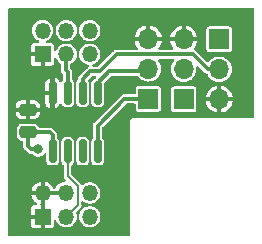
<source format=gbr>
%TF.GenerationSoftware,KiCad,Pcbnew,(5.99.0-8941-ge2f8b1a4b1)*%
%TF.CreationDate,2021-03-10T21:29:07+01:00*%
%TF.ProjectId,mod,6d6f642e-6b69-4636-9164-5f7063625858,rev?*%
%TF.SameCoordinates,Original*%
%TF.FileFunction,Copper,L1,Top*%
%TF.FilePolarity,Positive*%
%FSLAX46Y46*%
G04 Gerber Fmt 4.6, Leading zero omitted, Abs format (unit mm)*
G04 Created by KiCad (PCBNEW (5.99.0-8941-ge2f8b1a4b1)) date 2021-03-10 21:29:07*
%MOMM*%
%LPD*%
G01*
G04 APERTURE LIST*
G04 Aperture macros list*
%AMRoundRect*
0 Rectangle with rounded corners*
0 $1 Rounding radius*
0 $2 $3 $4 $5 $6 $7 $8 $9 X,Y pos of 4 corners*
0 Add a 4 corners polygon primitive as box body*
4,1,4,$2,$3,$4,$5,$6,$7,$8,$9,$2,$3,0*
0 Add four circle primitives for the rounded corners*
1,1,$1+$1,$2,$3*
1,1,$1+$1,$4,$5*
1,1,$1+$1,$6,$7*
1,1,$1+$1,$8,$9*
0 Add four rect primitives between the rounded corners*
20,1,$1+$1,$2,$3,$4,$5,0*
20,1,$1+$1,$4,$5,$6,$7,0*
20,1,$1+$1,$6,$7,$8,$9,0*
20,1,$1+$1,$8,$9,$2,$3,0*%
G04 Aperture macros list end*
%TA.AperFunction,ComponentPad*%
%ADD10R,1.700000X1.700000*%
%TD*%
%TA.AperFunction,ComponentPad*%
%ADD11O,1.700000X1.700000*%
%TD*%
%TA.AperFunction,ComponentPad*%
%ADD12R,1.350000X1.350000*%
%TD*%
%TA.AperFunction,ComponentPad*%
%ADD13O,1.350000X1.350000*%
%TD*%
%TA.AperFunction,SMDPad,CuDef*%
%ADD14RoundRect,0.250000X-0.475000X0.250000X-0.475000X-0.250000X0.475000X-0.250000X0.475000X0.250000X0*%
%TD*%
%TA.AperFunction,SMDPad,CuDef*%
%ADD15RoundRect,0.150000X0.150000X-0.825000X0.150000X0.825000X-0.150000X0.825000X-0.150000X-0.825000X0*%
%TD*%
%TA.AperFunction,ViaPad*%
%ADD16C,0.800000*%
%TD*%
%TA.AperFunction,Conductor*%
%ADD17C,0.350000*%
%TD*%
%TA.AperFunction,Conductor*%
%ADD18C,0.200000*%
%TD*%
G04 APERTURE END LIST*
D10*
%TO.P,J3,1,Pin_1*%
%TO.N,Net-(J3-Pad1)*%
X138200000Y-92975000D03*
D11*
%TO.P,J3,2,Pin_2*%
%TO.N,Net-(J3-Pad2)*%
X138200000Y-95515000D03*
%TO.P,J3,3,Pin_3*%
%TO.N,GND*%
X138200000Y-98055000D03*
%TD*%
D10*
%TO.P,J5,1,Pin_1*%
%TO.N,/SDA*%
X135200000Y-98050000D03*
D11*
%TO.P,J5,2,Pin_2*%
%TO.N,/SCL*%
X135200000Y-95510000D03*
%TO.P,J5,3,Pin_3*%
%TO.N,GND*%
X135200000Y-92970000D03*
%TD*%
D12*
%TO.P,J2,1,Pin_1*%
%TO.N,GND*%
X123250000Y-94250000D03*
D13*
%TO.P,J2,2,Pin_2*%
%TO.N,unconnected-(J2-Pad2)*%
X123250000Y-92250000D03*
%TO.P,J2,3,Pin_3*%
%TO.N,/PWM_OUT*%
X125250000Y-94250000D03*
%TO.P,J2,4,Pin_4*%
%TO.N,unconnected-(J2-Pad4)*%
X125250000Y-92250000D03*
%TO.P,J2,5,Pin_5*%
%TO.N,+12V*%
X127250000Y-94250000D03*
%TO.P,J2,6,Pin_6*%
%TO.N,unconnected-(J2-Pad6)*%
X127250000Y-92250000D03*
%TD*%
D12*
%TO.P,J1,1,Pin_1*%
%TO.N,GND*%
X123250000Y-108000000D03*
D13*
%TO.P,J1,2,Pin_2*%
X123250000Y-106000000D03*
%TO.P,J1,3,Pin_3*%
%TO.N,/PWM_IN*%
X125250000Y-108000000D03*
%TO.P,J1,4,Pin_4*%
%TO.N,GND*%
X125250000Y-106000000D03*
%TO.P,J1,5,Pin_5*%
%TO.N,+12V*%
X127250000Y-108000000D03*
%TO.P,J1,6,Pin_6*%
%TO.N,unconnected-(J1-Pad6)*%
X127250000Y-106000000D03*
%TD*%
D10*
%TO.P,J4,1,Pin_1*%
%TO.N,/SDA*%
X132200000Y-98025000D03*
D11*
%TO.P,J4,2,Pin_2*%
%TO.N,/SCL*%
X132200000Y-95485000D03*
%TO.P,J4,3,Pin_3*%
%TO.N,GND*%
X132200000Y-92945000D03*
%TD*%
D14*
%TO.P,C2,1*%
%TO.N,GND*%
X122000000Y-98950000D03*
%TO.P,C2,2*%
%TO.N,Net-(C1-Pad1)*%
X122000000Y-100850000D03*
%TD*%
D15*
%TO.P,U2,1,VCC*%
%TO.N,Net-(C1-Pad1)*%
X124095000Y-102475000D03*
%TO.P,U2,2,PA6*%
%TO.N,/PWM_IN*%
X125365000Y-102475000D03*
%TO.P,U2,3,PA7*%
%TO.N,unconnected-(U2-Pad3)*%
X126635000Y-102475000D03*
%TO.P,U2,4,PA1*%
%TO.N,/SDA*%
X127905000Y-102475000D03*
%TO.P,U2,5,PA2*%
%TO.N,/SCL*%
X127905000Y-97525000D03*
%TO.P,U2,6,~RESET~/PA0*%
%TO.N,Net-(J3-Pad2)*%
X126635000Y-97525000D03*
%TO.P,U2,7,PA3*%
%TO.N,/PWM_OUT*%
X125365000Y-97525000D03*
%TO.P,U2,8,GND*%
%TO.N,GND*%
X124095000Y-97525000D03*
%TD*%
D16*
%TO.N,Net-(C1-Pad1)*%
X122900000Y-102300000D03*
%TO.N,GND*%
X121800000Y-96800000D03*
X122400000Y-103800000D03*
X129571258Y-93484979D03*
%TD*%
D17*
%TO.N,Net-(C1-Pad1)*%
X122900000Y-102300000D02*
X122300000Y-102300000D01*
X122300000Y-102300000D02*
X122000000Y-102000000D01*
X122000000Y-102000000D02*
X122000000Y-100850000D01*
X122000000Y-100850000D02*
X123850000Y-100850000D01*
X123850000Y-100850000D02*
X124100000Y-101100000D01*
X124100000Y-101100000D02*
X124100000Y-102470000D01*
X124100000Y-102470000D02*
X124095000Y-102475000D01*
D18*
%TO.N,/PWM_IN*%
X125365000Y-102475000D02*
X125365000Y-104565000D01*
X125365000Y-104565000D02*
X126225011Y-105425011D01*
X126225011Y-105425011D02*
X126225011Y-107024989D01*
X126225011Y-107024989D02*
X125250000Y-108000000D01*
D17*
%TO.N,/PWM_OUT*%
X125200000Y-95600000D02*
X125200000Y-94300000D01*
X125365000Y-97525000D02*
X125365000Y-95765000D01*
X125365000Y-95765000D02*
X125200000Y-95600000D01*
X125200000Y-94300000D02*
X125250000Y-94250000D01*
%TO.N,Net-(J3-Pad2)*%
X129540011Y-94259989D02*
X128100000Y-95700000D01*
X126635000Y-96365000D02*
X126635000Y-97525000D01*
X138200000Y-95515000D02*
X137215000Y-95515000D01*
X137215000Y-95515000D02*
X135959989Y-94259989D01*
X127300000Y-95700000D02*
X126635000Y-96365000D01*
X135959989Y-94259989D02*
X129540011Y-94259989D01*
X128100000Y-95700000D02*
X127300000Y-95700000D01*
%TO.N,/SCL*%
X131985000Y-95700000D02*
X132200000Y-95485000D01*
X128900000Y-95700000D02*
X131985000Y-95700000D01*
X127905000Y-96695000D02*
X128900000Y-95700000D01*
X127905000Y-97525000D02*
X127905000Y-96695000D01*
%TO.N,/SDA*%
X130175000Y-98025000D02*
X127905000Y-100295000D01*
X132200000Y-98025000D02*
X130175000Y-98025000D01*
X127905000Y-100295000D02*
X127905000Y-102475000D01*
%TD*%
%TA.AperFunction,Conductor*%
%TO.N,GND*%
G36*
X141109191Y-90368907D02*
G01*
X141145155Y-90418407D01*
X141150000Y-90449000D01*
X141150000Y-99551000D01*
X141131093Y-99609191D01*
X141081593Y-99645155D01*
X141051000Y-99650000D01*
X131021527Y-99650000D01*
X131012984Y-99649631D01*
X130980300Y-99646800D01*
X130980299Y-99646800D01*
X130972147Y-99646094D01*
X130964206Y-99648067D01*
X130964201Y-99648067D01*
X130932695Y-99655893D01*
X130925086Y-99657469D01*
X130913374Y-99659419D01*
X130885009Y-99664140D01*
X130877808Y-99668025D01*
X130872291Y-99669914D01*
X130866951Y-99672225D01*
X130859012Y-99674197D01*
X130852138Y-99678636D01*
X130852137Y-99678636D01*
X130824869Y-99696242D01*
X130818181Y-99700198D01*
X130782418Y-99719495D01*
X130776863Y-99725504D01*
X130772260Y-99729075D01*
X130767955Y-99732993D01*
X130761081Y-99737431D01*
X130756015Y-99743857D01*
X130735927Y-99769337D01*
X130730881Y-99775245D01*
X130708842Y-99799088D01*
X130708841Y-99799090D01*
X130703288Y-99805097D01*
X130699980Y-99812580D01*
X130696783Y-99817447D01*
X130693977Y-99822551D01*
X130688911Y-99828977D01*
X130686201Y-99836694D01*
X130686200Y-99836696D01*
X130675445Y-99867323D01*
X130672583Y-99874551D01*
X130656153Y-99911715D01*
X130655447Y-99919870D01*
X130653618Y-99926992D01*
X130653661Y-99927001D01*
X130652351Y-99933085D01*
X130650286Y-99938965D01*
X130650000Y-99942267D01*
X130650000Y-99978473D01*
X130649631Y-99987016D01*
X130646094Y-100027853D01*
X130648067Y-100035795D01*
X130648709Y-100043952D01*
X130648566Y-100043963D01*
X130650000Y-100055689D01*
X130650000Y-109551000D01*
X130631093Y-109609191D01*
X130581593Y-109645155D01*
X130551000Y-109650000D01*
X120449000Y-109650000D01*
X120390809Y-109631093D01*
X120354845Y-109581593D01*
X120350000Y-109551000D01*
X120350000Y-108183243D01*
X122270000Y-108183243D01*
X122270000Y-108673870D01*
X122270053Y-108676137D01*
X122271037Y-108697423D01*
X122272867Y-108708646D01*
X122299465Y-108802130D01*
X122307502Y-108818268D01*
X122363995Y-108893078D01*
X122377321Y-108905226D01*
X122457021Y-108954574D01*
X122473842Y-108961090D01*
X122570493Y-108979158D01*
X122579583Y-108980000D01*
X123059320Y-108980000D01*
X123072005Y-108975878D01*
X123075000Y-108971757D01*
X123075000Y-108190680D01*
X123070878Y-108177995D01*
X123066757Y-108175000D01*
X122285680Y-108175000D01*
X122272995Y-108179122D01*
X122270000Y-108183243D01*
X120350000Y-108183243D01*
X120350000Y-107329583D01*
X122270000Y-107329583D01*
X122270000Y-107809320D01*
X122274122Y-107822005D01*
X122278243Y-107825000D01*
X123059320Y-107825000D01*
X123072005Y-107820878D01*
X123075000Y-107816757D01*
X123075000Y-107035680D01*
X123071481Y-107024850D01*
X123069371Y-106971147D01*
X123075000Y-106947700D01*
X123075000Y-106190680D01*
X123070878Y-106177995D01*
X123066757Y-106175000D01*
X122306361Y-106175000D01*
X122293689Y-106179117D01*
X122293205Y-106187518D01*
X122312836Y-106284881D01*
X122315786Y-106294408D01*
X122389261Y-106467506D01*
X122394063Y-106476241D01*
X122500846Y-106631032D01*
X122507313Y-106638631D01*
X122643030Y-106768778D01*
X122650897Y-106774924D01*
X122749832Y-106837227D01*
X122788997Y-106884235D01*
X122793052Y-106945285D01*
X122760448Y-106997060D01*
X122703638Y-107019782D01*
X122697077Y-107020000D01*
X122576130Y-107020000D01*
X122573863Y-107020053D01*
X122552577Y-107021037D01*
X122541354Y-107022867D01*
X122447870Y-107049465D01*
X122431732Y-107057502D01*
X122356922Y-107113995D01*
X122344774Y-107127321D01*
X122295426Y-107207021D01*
X122288910Y-107223842D01*
X122270842Y-107320493D01*
X122270000Y-107329583D01*
X120350000Y-107329583D01*
X120350000Y-105809651D01*
X122293734Y-105809651D01*
X122295162Y-105822789D01*
X122303473Y-105825000D01*
X123059320Y-105825000D01*
X123072005Y-105820878D01*
X123075000Y-105816757D01*
X123075000Y-105056076D01*
X123073755Y-105052245D01*
X123425000Y-105052245D01*
X123425000Y-105809320D01*
X123429122Y-105822005D01*
X123433243Y-105825000D01*
X124196545Y-105825000D01*
X124216885Y-105818391D01*
X124272935Y-105816874D01*
X124303474Y-105825000D01*
X125326000Y-105825000D01*
X125384191Y-105843907D01*
X125420155Y-105893407D01*
X125425000Y-105924000D01*
X125425000Y-106076000D01*
X125406093Y-106134191D01*
X125356593Y-106170155D01*
X125326000Y-106175000D01*
X124306361Y-106175000D01*
X124285947Y-106181633D01*
X124224762Y-106181633D01*
X124220423Y-106179118D01*
X124201217Y-106175000D01*
X123440680Y-106175000D01*
X123427995Y-106179122D01*
X123425000Y-106183243D01*
X123425000Y-106945751D01*
X123427933Y-106954778D01*
X123427932Y-107004783D01*
X123428626Y-107004893D01*
X123427932Y-107009274D01*
X123427932Y-107015964D01*
X123426395Y-107018981D01*
X123425000Y-107027789D01*
X123425000Y-108964320D01*
X123429122Y-108977005D01*
X123433243Y-108980000D01*
X123923870Y-108980000D01*
X123926137Y-108979947D01*
X123947423Y-108978963D01*
X123958646Y-108977133D01*
X124052130Y-108950535D01*
X124068268Y-108942498D01*
X124143078Y-108886005D01*
X124155226Y-108872679D01*
X124204574Y-108792979D01*
X124211090Y-108776158D01*
X124229158Y-108679507D01*
X124230000Y-108670417D01*
X124230000Y-108383942D01*
X124248907Y-108325751D01*
X124298407Y-108289787D01*
X124359593Y-108289787D01*
X124409093Y-108325751D01*
X124423155Y-108353349D01*
X124427352Y-108366266D01*
X124521480Y-108529301D01*
X124524952Y-108533157D01*
X124643978Y-108665349D01*
X124643982Y-108665352D01*
X124647448Y-108669202D01*
X124799750Y-108779856D01*
X124849779Y-108802130D01*
X124966992Y-108854317D01*
X124966996Y-108854318D01*
X124971730Y-108856426D01*
X125155872Y-108895567D01*
X125344128Y-108895567D01*
X125528270Y-108856426D01*
X125533004Y-108854318D01*
X125533008Y-108854317D01*
X125650221Y-108802130D01*
X125700250Y-108779856D01*
X125852552Y-108669202D01*
X125856018Y-108665352D01*
X125856022Y-108665349D01*
X125975048Y-108533157D01*
X125978520Y-108529301D01*
X126072648Y-108366266D01*
X126085812Y-108325751D01*
X126129220Y-108192156D01*
X126129221Y-108192152D01*
X126130822Y-108187224D01*
X126150500Y-108000000D01*
X126349500Y-108000000D01*
X126369178Y-108187224D01*
X126370779Y-108192152D01*
X126370780Y-108192156D01*
X126414188Y-108325751D01*
X126427352Y-108366266D01*
X126521480Y-108529301D01*
X126524952Y-108533157D01*
X126643978Y-108665349D01*
X126643982Y-108665352D01*
X126647448Y-108669202D01*
X126799750Y-108779856D01*
X126849779Y-108802130D01*
X126966992Y-108854317D01*
X126966996Y-108854318D01*
X126971730Y-108856426D01*
X127155872Y-108895567D01*
X127344128Y-108895567D01*
X127528270Y-108856426D01*
X127533004Y-108854318D01*
X127533008Y-108854317D01*
X127650221Y-108802130D01*
X127700250Y-108779856D01*
X127852552Y-108669202D01*
X127856018Y-108665352D01*
X127856022Y-108665349D01*
X127975048Y-108533157D01*
X127978520Y-108529301D01*
X128072648Y-108366266D01*
X128085812Y-108325751D01*
X128129220Y-108192156D01*
X128129221Y-108192152D01*
X128130822Y-108187224D01*
X128150500Y-108000000D01*
X128130822Y-107812776D01*
X128092929Y-107696151D01*
X128074250Y-107638664D01*
X128074249Y-107638663D01*
X128072648Y-107633734D01*
X128046519Y-107588476D01*
X127981113Y-107475190D01*
X127981112Y-107475189D01*
X127978520Y-107470699D01*
X127909238Y-107393754D01*
X127856022Y-107334651D01*
X127856018Y-107334648D01*
X127852552Y-107330798D01*
X127700250Y-107220144D01*
X127586831Y-107169647D01*
X127533008Y-107145683D01*
X127533004Y-107145682D01*
X127528270Y-107143574D01*
X127344128Y-107104433D01*
X127155872Y-107104433D01*
X126971730Y-107143574D01*
X126966996Y-107145682D01*
X126966992Y-107145683D01*
X126913169Y-107169647D01*
X126799750Y-107220144D01*
X126647448Y-107330798D01*
X126639867Y-107339217D01*
X126610852Y-107355970D01*
X126590762Y-107393754D01*
X126521480Y-107470699D01*
X126518888Y-107475189D01*
X126518887Y-107475190D01*
X126453482Y-107588476D01*
X126427352Y-107633734D01*
X126425751Y-107638663D01*
X126425750Y-107638664D01*
X126407072Y-107696151D01*
X126369178Y-107812776D01*
X126349500Y-108000000D01*
X126150500Y-108000000D01*
X126130822Y-107812776D01*
X126129220Y-107807844D01*
X126129218Y-107807836D01*
X126090629Y-107689073D01*
X126090628Y-107627888D01*
X126114779Y-107588476D01*
X126438250Y-107265005D01*
X126444605Y-107259182D01*
X126453557Y-107251670D01*
X126474095Y-107243372D01*
X126480560Y-107223474D01*
X126493456Y-107201137D01*
X126498098Y-107193851D01*
X126515046Y-107169647D01*
X126520015Y-107162551D01*
X126522258Y-107154182D01*
X126524627Y-107149101D01*
X126526549Y-107143820D01*
X126530881Y-107136317D01*
X126532468Y-107127321D01*
X126537515Y-107098693D01*
X126539381Y-107090274D01*
X126549272Y-107053358D01*
X126545888Y-107014676D01*
X126545511Y-107006048D01*
X126545511Y-106789439D01*
X126564418Y-106731248D01*
X126613918Y-106695284D01*
X126675104Y-106695284D01*
X126702702Y-106709347D01*
X126795553Y-106776808D01*
X126795562Y-106776813D01*
X126799750Y-106779856D01*
X126900793Y-106824843D01*
X126966992Y-106854317D01*
X126966996Y-106854318D01*
X126971730Y-106856426D01*
X127155872Y-106895567D01*
X127344128Y-106895567D01*
X127528270Y-106856426D01*
X127533004Y-106854318D01*
X127533008Y-106854317D01*
X127599207Y-106824843D01*
X127700250Y-106779856D01*
X127852552Y-106669202D01*
X127856018Y-106665352D01*
X127856022Y-106665349D01*
X127975048Y-106533157D01*
X127978520Y-106529301D01*
X128072648Y-106366266D01*
X128075782Y-106356620D01*
X128129220Y-106192156D01*
X128129221Y-106192152D01*
X128130822Y-106187224D01*
X128150500Y-106000000D01*
X128130822Y-105812776D01*
X128096968Y-105708582D01*
X128074250Y-105638664D01*
X128074249Y-105638663D01*
X128072648Y-105633734D01*
X128058686Y-105609550D01*
X127981113Y-105475190D01*
X127981112Y-105475189D01*
X127978520Y-105470699D01*
X127948080Y-105436892D01*
X127856022Y-105334651D01*
X127856018Y-105334648D01*
X127852552Y-105330798D01*
X127700250Y-105220144D01*
X127580217Y-105166702D01*
X127533008Y-105145683D01*
X127533004Y-105145682D01*
X127528270Y-105143574D01*
X127344128Y-105104433D01*
X127155872Y-105104433D01*
X126971730Y-105143574D01*
X126966996Y-105145682D01*
X126966992Y-105145683D01*
X126919783Y-105166702D01*
X126799750Y-105220144D01*
X126795559Y-105223189D01*
X126663281Y-105319294D01*
X126605090Y-105338201D01*
X126546899Y-105319294D01*
X126520416Y-105287167D01*
X126520014Y-105287449D01*
X126516435Y-105282338D01*
X126498105Y-105256160D01*
X126493464Y-105248877D01*
X126478687Y-105223282D01*
X126474358Y-105215784D01*
X126444618Y-105190829D01*
X126438250Y-105184995D01*
X125714496Y-104461241D01*
X125686719Y-104406724D01*
X125685500Y-104391237D01*
X125685500Y-103687961D01*
X125704407Y-103629770D01*
X125731705Y-103605894D01*
X125731480Y-103605604D01*
X125736407Y-103601782D01*
X125737490Y-103600835D01*
X125737944Y-103600590D01*
X125737947Y-103600588D01*
X125745147Y-103596703D01*
X125828846Y-103506158D01*
X125878703Y-103393383D01*
X125885500Y-103339579D01*
X125885500Y-101619960D01*
X125883912Y-101610421D01*
X126114500Y-101610421D01*
X126114500Y-103330040D01*
X126129745Y-103421631D01*
X126188297Y-103530147D01*
X126278842Y-103613846D01*
X126286324Y-103617154D01*
X126286326Y-103617155D01*
X126385027Y-103660790D01*
X126385029Y-103660791D01*
X126391617Y-103663703D01*
X126445421Y-103670500D01*
X126815040Y-103670500D01*
X126906631Y-103655255D01*
X127015147Y-103596703D01*
X127098846Y-103506158D01*
X127148703Y-103393383D01*
X127155500Y-103339579D01*
X127155500Y-101619960D01*
X127153912Y-101610421D01*
X127384500Y-101610421D01*
X127384500Y-103330040D01*
X127399745Y-103421631D01*
X127458297Y-103530147D01*
X127548842Y-103613846D01*
X127556324Y-103617154D01*
X127556326Y-103617155D01*
X127655027Y-103660790D01*
X127655029Y-103660791D01*
X127661617Y-103663703D01*
X127715421Y-103670500D01*
X128085040Y-103670500D01*
X128176631Y-103655255D01*
X128285147Y-103596703D01*
X128368846Y-103506158D01*
X128418703Y-103393383D01*
X128425500Y-103339579D01*
X128425500Y-101619960D01*
X128410255Y-101528369D01*
X128351703Y-101419853D01*
X128343838Y-101412582D01*
X128332298Y-101401915D01*
X128302402Y-101348530D01*
X128300500Y-101329217D01*
X128300500Y-100499830D01*
X128319407Y-100441639D01*
X128329496Y-100429826D01*
X130309826Y-98449496D01*
X130364343Y-98421719D01*
X130379830Y-98420500D01*
X131025500Y-98420500D01*
X131083691Y-98439407D01*
X131119655Y-98488907D01*
X131124500Y-98519500D01*
X131124500Y-98875000D01*
X131141665Y-98961295D01*
X131190547Y-99034453D01*
X131263705Y-99083335D01*
X131350000Y-99100500D01*
X133050000Y-99100500D01*
X133136295Y-99083335D01*
X133209453Y-99034453D01*
X133258335Y-98961295D01*
X133275500Y-98875000D01*
X133275500Y-97200000D01*
X134124500Y-97200000D01*
X134124500Y-98900000D01*
X134141665Y-98986295D01*
X134147082Y-98994402D01*
X134177464Y-99039872D01*
X134190547Y-99059453D01*
X134263705Y-99108335D01*
X134350000Y-99125500D01*
X136050000Y-99125500D01*
X136136295Y-99108335D01*
X136209453Y-99059453D01*
X136222537Y-99039872D01*
X136252918Y-98994402D01*
X136258335Y-98986295D01*
X136275500Y-98900000D01*
X136275500Y-98236890D01*
X137059831Y-98236890D01*
X137060336Y-98240077D01*
X137110131Y-98436145D01*
X137113151Y-98444673D01*
X137197841Y-98628378D01*
X137202359Y-98636204D01*
X137319115Y-98801410D01*
X137324979Y-98808276D01*
X137469880Y-98949433D01*
X137476912Y-98955128D01*
X137645108Y-99067512D01*
X137653054Y-99071826D01*
X137838915Y-99151678D01*
X137847510Y-99154471D01*
X138009707Y-99191173D01*
X138022602Y-99189989D01*
X138025000Y-99181270D01*
X138025000Y-98245680D01*
X138022583Y-98238243D01*
X138375000Y-98238243D01*
X138375000Y-99176128D01*
X138379122Y-99188813D01*
X138380292Y-99189664D01*
X138386272Y-99190174D01*
X138465132Y-99178739D01*
X138473931Y-99176627D01*
X138665480Y-99111605D01*
X138673744Y-99107925D01*
X138850236Y-99009085D01*
X138857689Y-99003963D01*
X139013214Y-98874614D01*
X139019614Y-98868214D01*
X139148963Y-98712689D01*
X139154085Y-98705236D01*
X139252925Y-98528744D01*
X139256605Y-98520480D01*
X139321627Y-98328931D01*
X139323739Y-98320132D01*
X139334558Y-98245518D01*
X139332299Y-98232372D01*
X139331263Y-98231363D01*
X139325417Y-98230000D01*
X138390680Y-98230000D01*
X138377995Y-98234122D01*
X138375000Y-98238243D01*
X138022583Y-98238243D01*
X138020878Y-98232995D01*
X138016757Y-98230000D01*
X137074528Y-98230000D01*
X137061843Y-98234122D01*
X137059831Y-98236890D01*
X136275500Y-98236890D01*
X136275500Y-97864428D01*
X137064373Y-97864428D01*
X137066976Y-97877511D01*
X137068549Y-97878965D01*
X137073264Y-97880000D01*
X138009320Y-97880000D01*
X138022005Y-97875878D01*
X138025000Y-97871757D01*
X138025000Y-96933739D01*
X138023728Y-96929826D01*
X138375000Y-96929826D01*
X138375000Y-97864320D01*
X138379122Y-97877005D01*
X138383243Y-97880000D01*
X139323239Y-97880000D01*
X139335924Y-97875878D01*
X139337593Y-97873582D01*
X139337997Y-97869965D01*
X139336074Y-97849035D01*
X139334427Y-97840151D01*
X139279517Y-97645455D01*
X139276276Y-97637011D01*
X139186807Y-97455586D01*
X139182082Y-97447876D01*
X139061048Y-97285791D01*
X139054999Y-97279073D01*
X138906449Y-97141756D01*
X138899284Y-97136257D01*
X138728196Y-97028308D01*
X138720143Y-97024205D01*
X138532250Y-96949244D01*
X138523592Y-96946679D01*
X138390379Y-96920181D01*
X138377133Y-96921749D01*
X138377099Y-96921780D01*
X138375000Y-96929826D01*
X138023728Y-96929826D01*
X138020878Y-96921054D01*
X138020274Y-96920615D01*
X138013127Y-96920099D01*
X137905540Y-96938587D01*
X137896804Y-96940928D01*
X137707019Y-97010943D01*
X137698856Y-97014836D01*
X137525014Y-97118261D01*
X137517690Y-97123582D01*
X137365608Y-97256956D01*
X137359381Y-97263517D01*
X137234147Y-97422375D01*
X137229222Y-97429958D01*
X137135031Y-97608987D01*
X137131573Y-97617335D01*
X137071586Y-97810528D01*
X137069707Y-97819367D01*
X137064373Y-97864428D01*
X136275500Y-97864428D01*
X136275500Y-97200000D01*
X136258335Y-97113705D01*
X136209453Y-97040547D01*
X136136295Y-96991665D01*
X136050000Y-96974500D01*
X134350000Y-96974500D01*
X134263705Y-96991665D01*
X134190547Y-97040547D01*
X134141665Y-97113705D01*
X134124500Y-97200000D01*
X133275500Y-97200000D01*
X133275500Y-97175000D01*
X133258335Y-97088705D01*
X133226157Y-97040547D01*
X133214872Y-97023657D01*
X133209453Y-97015547D01*
X133136295Y-96966665D01*
X133050000Y-96949500D01*
X131350000Y-96949500D01*
X131263705Y-96966665D01*
X131190547Y-97015547D01*
X131185128Y-97023657D01*
X131173843Y-97040547D01*
X131141665Y-97088705D01*
X131124500Y-97175000D01*
X131124500Y-97530500D01*
X131105593Y-97588691D01*
X131056093Y-97624655D01*
X131025500Y-97629500D01*
X130238087Y-97629500D01*
X130237793Y-97629477D01*
X130237652Y-97629431D01*
X130112348Y-97629431D01*
X130090754Y-97636447D01*
X130089779Y-97636764D01*
X130074674Y-97640390D01*
X130058934Y-97642883D01*
X130058933Y-97642883D01*
X130051239Y-97644102D01*
X130044298Y-97647639D01*
X130044294Y-97647640D01*
X130030097Y-97654874D01*
X130015745Y-97660819D01*
X129993177Y-97668152D01*
X129973975Y-97682103D01*
X129960735Y-97690216D01*
X129946533Y-97697452D01*
X129946531Y-97697453D01*
X129939592Y-97700989D01*
X129850989Y-97789592D01*
X129850922Y-97789723D01*
X129850731Y-97789947D01*
X127669947Y-99970731D01*
X127669723Y-99970922D01*
X127669592Y-99970989D01*
X127580989Y-100059592D01*
X127577453Y-100066531D01*
X127577452Y-100066533D01*
X127570216Y-100080735D01*
X127562103Y-100093975D01*
X127548152Y-100113177D01*
X127540820Y-100135744D01*
X127534874Y-100150097D01*
X127527640Y-100164294D01*
X127527639Y-100164298D01*
X127524102Y-100171239D01*
X127522883Y-100178933D01*
X127522883Y-100178934D01*
X127520390Y-100194674D01*
X127516764Y-100209779D01*
X127509431Y-100232348D01*
X127509431Y-100357652D01*
X127509477Y-100357793D01*
X127509500Y-100358087D01*
X127509500Y-101331158D01*
X127490593Y-101389349D01*
X127483198Y-101398359D01*
X127475523Y-101406662D01*
X127441154Y-101443842D01*
X127437846Y-101451324D01*
X127437845Y-101451326D01*
X127401442Y-101533670D01*
X127391297Y-101556617D01*
X127384500Y-101610421D01*
X127153912Y-101610421D01*
X127140255Y-101528369D01*
X127081703Y-101419853D01*
X126991158Y-101336154D01*
X126983676Y-101332846D01*
X126983674Y-101332845D01*
X126884973Y-101289210D01*
X126884971Y-101289209D01*
X126878383Y-101286297D01*
X126824579Y-101279500D01*
X126454960Y-101279500D01*
X126363369Y-101294745D01*
X126254853Y-101353297D01*
X126171154Y-101443842D01*
X126167846Y-101451324D01*
X126167845Y-101451326D01*
X126131442Y-101533670D01*
X126121297Y-101556617D01*
X126114500Y-101610421D01*
X125883912Y-101610421D01*
X125870255Y-101528369D01*
X125811703Y-101419853D01*
X125721158Y-101336154D01*
X125713676Y-101332846D01*
X125713674Y-101332845D01*
X125614973Y-101289210D01*
X125614971Y-101289209D01*
X125608383Y-101286297D01*
X125554579Y-101279500D01*
X125184960Y-101279500D01*
X125093369Y-101294745D01*
X124984853Y-101353297D01*
X124901154Y-101443842D01*
X124897846Y-101451324D01*
X124897845Y-101451326D01*
X124861442Y-101533670D01*
X124851297Y-101556617D01*
X124844500Y-101610421D01*
X124844500Y-103330040D01*
X124859745Y-103421631D01*
X124918297Y-103530147D01*
X124990297Y-103596703D01*
X125008842Y-103613846D01*
X125007251Y-103615567D01*
X125038110Y-103654087D01*
X125044500Y-103689079D01*
X125044500Y-104546060D01*
X125044123Y-104554688D01*
X125040739Y-104593369D01*
X125050630Y-104630285D01*
X125052495Y-104638700D01*
X125059130Y-104676328D01*
X125063462Y-104683831D01*
X125065384Y-104689112D01*
X125067753Y-104694193D01*
X125069996Y-104702562D01*
X125074965Y-104709658D01*
X125091913Y-104733862D01*
X125096554Y-104741147D01*
X125115653Y-104774227D01*
X125122291Y-104779797D01*
X125145393Y-104799182D01*
X125151761Y-104805016D01*
X125207552Y-104860807D01*
X125235329Y-104915324D01*
X125225758Y-104975756D01*
X125182493Y-105019021D01*
X125152352Y-105028698D01*
X125011246Y-105050039D01*
X125001574Y-105052522D01*
X124825099Y-105117452D01*
X124816136Y-105121823D01*
X124656322Y-105220912D01*
X124648414Y-105227002D01*
X124511788Y-105356203D01*
X124505268Y-105363757D01*
X124397411Y-105517792D01*
X124392544Y-105526499D01*
X124342139Y-105642980D01*
X124301676Y-105688876D01*
X124241964Y-105702224D01*
X124185811Y-105677924D01*
X124156811Y-105633268D01*
X124152252Y-105618720D01*
X124148321Y-105609550D01*
X124057160Y-105445092D01*
X124051461Y-105436892D01*
X123929093Y-105294122D01*
X123921860Y-105287235D01*
X123773281Y-105171984D01*
X123764827Y-105166702D01*
X123596100Y-105083678D01*
X123586747Y-105080199D01*
X123440174Y-105042020D01*
X123427775Y-105042756D01*
X123425000Y-105052245D01*
X123073755Y-105052245D01*
X123070878Y-105043391D01*
X123069839Y-105042636D01*
X123063589Y-105042122D01*
X123011238Y-105050040D01*
X123001581Y-105052519D01*
X122825099Y-105117452D01*
X122816136Y-105121823D01*
X122656322Y-105220912D01*
X122648414Y-105227002D01*
X122511788Y-105356203D01*
X122505268Y-105363757D01*
X122397411Y-105517792D01*
X122392546Y-105526496D01*
X122317862Y-105699082D01*
X122314849Y-105708582D01*
X122293734Y-105809651D01*
X120350000Y-105809651D01*
X120350000Y-100532718D01*
X121054500Y-100532718D01*
X121054500Y-101134913D01*
X121068613Y-101233457D01*
X121071533Y-101239879D01*
X121114254Y-101333839D01*
X121124414Y-101356186D01*
X121212418Y-101458319D01*
X121325551Y-101531648D01*
X121332309Y-101533669D01*
X121332311Y-101533670D01*
X121377817Y-101547279D01*
X121454717Y-101570277D01*
X121457718Y-101570500D01*
X121505500Y-101570500D01*
X121563691Y-101589407D01*
X121599655Y-101638907D01*
X121604500Y-101669500D01*
X121604500Y-101936913D01*
X121604477Y-101937207D01*
X121604431Y-101937348D01*
X121604431Y-102062652D01*
X121606838Y-102070059D01*
X121611764Y-102085221D01*
X121615390Y-102100326D01*
X121619102Y-102123761D01*
X121622639Y-102130702D01*
X121622640Y-102130706D01*
X121629874Y-102144903D01*
X121635819Y-102159255D01*
X121643152Y-102181823D01*
X121657103Y-102201025D01*
X121665216Y-102214265D01*
X121675989Y-102235408D01*
X121764592Y-102324011D01*
X121764723Y-102324078D01*
X121764947Y-102324269D01*
X121975731Y-102535053D01*
X121975922Y-102535277D01*
X121975989Y-102535408D01*
X122064592Y-102624011D01*
X122071531Y-102627547D01*
X122071533Y-102627548D01*
X122085735Y-102634784D01*
X122098975Y-102642897D01*
X122118177Y-102656848D01*
X122140744Y-102664180D01*
X122155097Y-102670126D01*
X122169294Y-102677360D01*
X122169298Y-102677361D01*
X122176239Y-102680898D01*
X122183933Y-102682117D01*
X122183934Y-102682117D01*
X122199674Y-102684610D01*
X122214779Y-102688236D01*
X122237348Y-102695569D01*
X122362652Y-102695569D01*
X122362793Y-102695523D01*
X122363087Y-102695500D01*
X122377262Y-102695500D01*
X122435453Y-102714407D01*
X122449430Y-102726730D01*
X122497028Y-102777417D01*
X122497031Y-102777419D01*
X122501291Y-102781956D01*
X122633675Y-102865969D01*
X122782793Y-102914421D01*
X122939275Y-102924266D01*
X123093290Y-102894886D01*
X123164225Y-102861506D01*
X123229525Y-102830779D01*
X123229527Y-102830778D01*
X123235160Y-102828127D01*
X123296458Y-102777417D01*
X123351173Y-102732153D01*
X123351175Y-102732150D01*
X123355970Y-102728184D01*
X123359627Y-102723150D01*
X123359634Y-102723143D01*
X123395408Y-102673904D01*
X123444908Y-102637940D01*
X123506093Y-102637941D01*
X123555593Y-102673905D01*
X123574500Y-102732095D01*
X123574500Y-103330040D01*
X123589745Y-103421631D01*
X123648297Y-103530147D01*
X123738842Y-103613846D01*
X123746324Y-103617154D01*
X123746326Y-103617155D01*
X123845027Y-103660790D01*
X123845029Y-103660791D01*
X123851617Y-103663703D01*
X123905421Y-103670500D01*
X124275040Y-103670500D01*
X124366631Y-103655255D01*
X124475147Y-103596703D01*
X124558846Y-103506158D01*
X124608703Y-103393383D01*
X124615500Y-103339579D01*
X124615500Y-101619960D01*
X124600255Y-101528369D01*
X124541703Y-101419853D01*
X124533838Y-101412582D01*
X124527298Y-101406537D01*
X124497402Y-101353152D01*
X124495500Y-101333839D01*
X124495500Y-101163087D01*
X124495523Y-101162793D01*
X124495569Y-101162652D01*
X124495569Y-101037348D01*
X124493163Y-101029941D01*
X124493162Y-101029938D01*
X124488237Y-101014782D01*
X124484610Y-100999675D01*
X124482117Y-100983936D01*
X124480898Y-100976239D01*
X124477360Y-100969296D01*
X124477359Y-100969292D01*
X124470127Y-100955098D01*
X124464181Y-100940745D01*
X124459256Y-100925588D01*
X124456848Y-100918176D01*
X124442901Y-100898980D01*
X124434784Y-100885733D01*
X124427550Y-100871536D01*
X124427547Y-100871532D01*
X124424011Y-100864592D01*
X124335408Y-100775989D01*
X124335276Y-100775921D01*
X124335051Y-100775729D01*
X124174269Y-100614947D01*
X124174078Y-100614723D01*
X124174011Y-100614592D01*
X124085408Y-100525989D01*
X124078469Y-100522453D01*
X124078467Y-100522452D01*
X124064265Y-100515216D01*
X124051025Y-100507103D01*
X124031823Y-100493152D01*
X124009255Y-100485819D01*
X123994903Y-100479874D01*
X123980706Y-100472640D01*
X123980702Y-100472639D01*
X123973761Y-100469102D01*
X123966067Y-100467883D01*
X123966066Y-100467883D01*
X123950326Y-100465390D01*
X123935221Y-100461764D01*
X123926166Y-100458822D01*
X123912652Y-100454431D01*
X123787348Y-100454431D01*
X123787207Y-100454477D01*
X123786913Y-100454500D01*
X122989651Y-100454500D01*
X122931460Y-100435593D01*
X122899529Y-100396475D01*
X122881974Y-100357864D01*
X122875586Y-100343814D01*
X122868733Y-100335860D01*
X122792187Y-100247025D01*
X122792186Y-100247024D01*
X122787582Y-100241681D01*
X122674449Y-100168352D01*
X122667691Y-100166331D01*
X122667689Y-100166330D01*
X122613409Y-100150097D01*
X122545283Y-100129723D01*
X122542282Y-100129500D01*
X121490087Y-100129500D01*
X121486596Y-100130000D01*
X121486595Y-100130000D01*
X121457239Y-100134204D01*
X121391543Y-100143613D01*
X121385120Y-100146533D01*
X121385121Y-100146533D01*
X121278736Y-100194903D01*
X121268814Y-100199414D01*
X121166681Y-100287418D01*
X121093352Y-100400551D01*
X121054723Y-100529717D01*
X121054500Y-100532718D01*
X120350000Y-100532718D01*
X120350000Y-99133243D01*
X120975000Y-99133243D01*
X120975000Y-99233126D01*
X120975458Y-99239845D01*
X120989529Y-99342568D01*
X120993123Y-99355441D01*
X121047594Y-99481315D01*
X121054519Y-99492748D01*
X121140828Y-99599332D01*
X121150579Y-99608489D01*
X121262370Y-99687934D01*
X121274220Y-99694129D01*
X121403992Y-99740850D01*
X121415545Y-99743496D01*
X121474864Y-99749730D01*
X121480009Y-99750000D01*
X121809320Y-99750000D01*
X121822005Y-99745878D01*
X121825000Y-99741757D01*
X121825000Y-99140680D01*
X121822583Y-99133243D01*
X122175000Y-99133243D01*
X122175000Y-99734320D01*
X122179122Y-99747005D01*
X122183243Y-99750000D01*
X122508126Y-99750000D01*
X122514845Y-99749542D01*
X122617568Y-99735471D01*
X122630441Y-99731877D01*
X122756315Y-99677406D01*
X122767748Y-99670481D01*
X122874332Y-99584172D01*
X122883489Y-99574421D01*
X122962934Y-99462630D01*
X122969129Y-99450780D01*
X123015850Y-99321008D01*
X123018496Y-99309455D01*
X123024730Y-99250136D01*
X123025000Y-99244991D01*
X123025000Y-99140680D01*
X123020878Y-99127995D01*
X123016757Y-99125000D01*
X122190680Y-99125000D01*
X122177995Y-99129122D01*
X122175000Y-99133243D01*
X121822583Y-99133243D01*
X121820878Y-99127995D01*
X121816757Y-99125000D01*
X120990680Y-99125000D01*
X120977995Y-99129122D01*
X120975000Y-99133243D01*
X120350000Y-99133243D01*
X120350000Y-98655009D01*
X120975000Y-98655009D01*
X120975000Y-98759320D01*
X120979122Y-98772005D01*
X120983243Y-98775000D01*
X121809320Y-98775000D01*
X121822005Y-98770878D01*
X121825000Y-98766757D01*
X121825000Y-98165680D01*
X121822583Y-98158243D01*
X122175000Y-98158243D01*
X122175000Y-98759320D01*
X122179122Y-98772005D01*
X122183243Y-98775000D01*
X123009320Y-98775000D01*
X123022005Y-98770878D01*
X123025000Y-98766757D01*
X123025000Y-98666874D01*
X123024542Y-98660155D01*
X123010471Y-98557432D01*
X123006877Y-98544559D01*
X122952406Y-98418685D01*
X122945481Y-98407252D01*
X122859172Y-98300668D01*
X122849421Y-98291511D01*
X122737630Y-98212066D01*
X122725780Y-98205871D01*
X122596008Y-98159150D01*
X122584455Y-98156504D01*
X122525136Y-98150270D01*
X122519991Y-98150000D01*
X122190680Y-98150000D01*
X122177995Y-98154122D01*
X122175000Y-98158243D01*
X121822583Y-98158243D01*
X121820878Y-98152995D01*
X121816757Y-98150000D01*
X121491874Y-98150000D01*
X121485155Y-98150458D01*
X121382432Y-98164529D01*
X121369559Y-98168123D01*
X121243685Y-98222594D01*
X121232252Y-98229519D01*
X121125668Y-98315828D01*
X121116511Y-98325579D01*
X121037066Y-98437370D01*
X121030871Y-98449220D01*
X120984150Y-98578992D01*
X120981504Y-98590545D01*
X120975270Y-98649864D01*
X120975000Y-98655009D01*
X120350000Y-98655009D01*
X120350000Y-97708243D01*
X123495000Y-97708243D01*
X123495000Y-98379558D01*
X123495550Y-98386914D01*
X123509014Y-98476471D01*
X123513317Y-98490459D01*
X123565476Y-98599079D01*
X123573698Y-98611179D01*
X123655492Y-98699662D01*
X123666915Y-98708814D01*
X123771101Y-98769330D01*
X123784717Y-98774720D01*
X123888280Y-98798725D01*
X123899429Y-98800000D01*
X123904320Y-98800000D01*
X123917005Y-98795878D01*
X123920000Y-98791757D01*
X123920000Y-97715680D01*
X123915878Y-97702995D01*
X123911757Y-97700000D01*
X123510680Y-97700000D01*
X123497995Y-97704122D01*
X123495000Y-97708243D01*
X120350000Y-97708243D01*
X120350000Y-96654429D01*
X123495000Y-96654429D01*
X123495000Y-97334320D01*
X123499122Y-97347005D01*
X123503243Y-97350000D01*
X123904320Y-97350000D01*
X123917005Y-97345878D01*
X123920000Y-97341757D01*
X123920000Y-96265680D01*
X123915878Y-96252995D01*
X123912100Y-96250250D01*
X123908086Y-96250550D01*
X123818529Y-96264014D01*
X123804541Y-96268317D01*
X123695921Y-96320476D01*
X123683821Y-96328698D01*
X123595338Y-96410492D01*
X123586186Y-96421915D01*
X123525670Y-96526101D01*
X123520280Y-96539717D01*
X123496275Y-96643280D01*
X123495000Y-96654429D01*
X120350000Y-96654429D01*
X120350000Y-94433243D01*
X122270000Y-94433243D01*
X122270000Y-94923870D01*
X122270053Y-94926137D01*
X122271037Y-94947423D01*
X122272867Y-94958646D01*
X122299465Y-95052130D01*
X122307502Y-95068268D01*
X122363995Y-95143078D01*
X122377321Y-95155226D01*
X122457021Y-95204574D01*
X122473842Y-95211090D01*
X122570493Y-95229158D01*
X122579583Y-95230000D01*
X123059320Y-95230000D01*
X123072005Y-95225878D01*
X123075000Y-95221757D01*
X123075000Y-94440680D01*
X123070878Y-94427995D01*
X123066757Y-94425000D01*
X122285680Y-94425000D01*
X122272995Y-94429122D01*
X122270000Y-94433243D01*
X120350000Y-94433243D01*
X120350000Y-93579583D01*
X122270000Y-93579583D01*
X122270000Y-94059320D01*
X122274122Y-94072005D01*
X122278243Y-94075000D01*
X123326000Y-94075000D01*
X123384191Y-94093907D01*
X123420155Y-94143407D01*
X123425000Y-94174000D01*
X123425000Y-95214320D01*
X123429122Y-95227005D01*
X123433243Y-95230000D01*
X123923870Y-95230000D01*
X123926137Y-95229947D01*
X123947423Y-95228963D01*
X123958646Y-95227133D01*
X124052130Y-95200535D01*
X124068268Y-95192498D01*
X124143078Y-95136005D01*
X124155226Y-95122679D01*
X124204574Y-95042979D01*
X124211090Y-95026158D01*
X124229158Y-94929507D01*
X124230000Y-94920417D01*
X124230000Y-94633942D01*
X124248907Y-94575751D01*
X124298407Y-94539787D01*
X124359593Y-94539787D01*
X124409093Y-94575751D01*
X124423155Y-94603349D01*
X124427352Y-94616266D01*
X124429943Y-94620754D01*
X124429944Y-94620756D01*
X124518887Y-94774810D01*
X124521480Y-94779301D01*
X124524952Y-94783157D01*
X124643978Y-94915349D01*
X124643982Y-94915352D01*
X124647448Y-94919202D01*
X124671071Y-94936365D01*
X124763691Y-95003658D01*
X124799655Y-95053159D01*
X124804500Y-95083751D01*
X124804500Y-95536913D01*
X124804477Y-95537207D01*
X124804431Y-95537348D01*
X124804431Y-95662652D01*
X124806838Y-95670059D01*
X124811764Y-95685221D01*
X124815390Y-95700326D01*
X124819102Y-95723761D01*
X124822639Y-95730702D01*
X124822640Y-95730706D01*
X124829874Y-95744903D01*
X124835819Y-95759255D01*
X124843152Y-95781823D01*
X124857103Y-95801025D01*
X124865216Y-95814265D01*
X124872259Y-95828087D01*
X124875989Y-95835408D01*
X124940504Y-95899923D01*
X124968281Y-95954440D01*
X124969500Y-95969927D01*
X124969500Y-96381158D01*
X124950593Y-96439349D01*
X124943198Y-96448359D01*
X124901154Y-96493842D01*
X124897846Y-96501324D01*
X124897845Y-96501326D01*
X124883438Y-96533915D01*
X124871725Y-96560411D01*
X124864080Y-96577703D01*
X124823259Y-96623279D01*
X124763444Y-96636157D01*
X124707483Y-96611418D01*
X124678911Y-96566784D01*
X124676683Y-96559541D01*
X124624524Y-96450921D01*
X124616302Y-96438821D01*
X124534508Y-96350338D01*
X124523085Y-96341186D01*
X124418899Y-96280670D01*
X124405283Y-96275280D01*
X124301720Y-96251275D01*
X124290571Y-96250000D01*
X124285680Y-96250000D01*
X124272995Y-96254122D01*
X124270000Y-96258243D01*
X124270000Y-98784320D01*
X124274122Y-98797005D01*
X124277900Y-98799750D01*
X124281914Y-98799450D01*
X124371471Y-98785986D01*
X124385459Y-98781683D01*
X124494079Y-98729524D01*
X124506179Y-98721302D01*
X124594662Y-98639508D01*
X124603814Y-98628085D01*
X124664330Y-98523899D01*
X124669719Y-98510285D01*
X124674261Y-98490692D01*
X124705820Y-98438274D01*
X124762163Y-98414417D01*
X124821768Y-98428234D01*
X124859527Y-98471748D01*
X124859745Y-98471631D01*
X124918297Y-98580147D01*
X125008842Y-98663846D01*
X125016324Y-98667154D01*
X125016326Y-98667155D01*
X125115027Y-98710790D01*
X125115029Y-98710791D01*
X125121617Y-98713703D01*
X125175421Y-98720500D01*
X125545040Y-98720500D01*
X125636631Y-98705255D01*
X125745147Y-98646703D01*
X125828846Y-98556158D01*
X125840966Y-98528744D01*
X125875790Y-98449973D01*
X125875791Y-98449971D01*
X125878703Y-98443383D01*
X125885500Y-98389579D01*
X125885500Y-96669960D01*
X125883912Y-96660421D01*
X126114500Y-96660421D01*
X126114500Y-98380040D01*
X126129745Y-98471631D01*
X126188297Y-98580147D01*
X126278842Y-98663846D01*
X126286324Y-98667154D01*
X126286326Y-98667155D01*
X126385027Y-98710790D01*
X126385029Y-98710791D01*
X126391617Y-98713703D01*
X126445421Y-98720500D01*
X126815040Y-98720500D01*
X126906631Y-98705255D01*
X127015147Y-98646703D01*
X127098846Y-98556158D01*
X127110966Y-98528744D01*
X127145790Y-98449973D01*
X127145791Y-98449971D01*
X127148703Y-98443383D01*
X127155500Y-98389579D01*
X127155500Y-96669960D01*
X127142235Y-96590264D01*
X127141599Y-96586441D01*
X127141598Y-96586438D01*
X127140255Y-96578369D01*
X127119433Y-96539778D01*
X127108441Y-96479590D01*
X127136556Y-96422766D01*
X127434826Y-96124496D01*
X127489343Y-96096719D01*
X127504830Y-96095500D01*
X127706170Y-96095500D01*
X127764361Y-96114407D01*
X127800325Y-96163907D01*
X127800325Y-96225093D01*
X127776174Y-96264504D01*
X127730867Y-96309811D01*
X127677118Y-96337463D01*
X127654751Y-96341186D01*
X127633369Y-96344745D01*
X127524853Y-96403297D01*
X127441154Y-96493842D01*
X127437846Y-96501324D01*
X127437845Y-96501326D01*
X127398527Y-96590264D01*
X127391297Y-96606617D01*
X127384500Y-96660421D01*
X127384500Y-98380040D01*
X127399745Y-98471631D01*
X127458297Y-98580147D01*
X127548842Y-98663846D01*
X127556324Y-98667154D01*
X127556326Y-98667155D01*
X127655027Y-98710790D01*
X127655029Y-98710791D01*
X127661617Y-98713703D01*
X127715421Y-98720500D01*
X128085040Y-98720500D01*
X128176631Y-98705255D01*
X128285147Y-98646703D01*
X128368846Y-98556158D01*
X128380966Y-98528744D01*
X128415790Y-98449973D01*
X128415791Y-98449971D01*
X128418703Y-98443383D01*
X128425500Y-98389579D01*
X128425500Y-96774830D01*
X128444407Y-96716639D01*
X128454496Y-96704826D01*
X129034825Y-96124496D01*
X129089342Y-96096719D01*
X129104829Y-96095500D01*
X131270220Y-96095500D01*
X131328411Y-96114407D01*
X131347805Y-96133005D01*
X131426350Y-96232105D01*
X131430037Y-96235243D01*
X131430039Y-96235245D01*
X131482367Y-96279779D01*
X131586198Y-96368146D01*
X131590421Y-96370506D01*
X131590425Y-96370509D01*
X131683929Y-96422766D01*
X131769425Y-96470548D01*
X131774023Y-96472042D01*
X131964447Y-96533915D01*
X131964449Y-96533916D01*
X131969052Y-96535411D01*
X132177476Y-96560264D01*
X132182298Y-96559893D01*
X132182301Y-96559893D01*
X132250860Y-96554618D01*
X132386759Y-96544161D01*
X132588927Y-96487714D01*
X132593240Y-96485535D01*
X132593246Y-96485533D01*
X132684674Y-96439349D01*
X132776282Y-96393075D01*
X132833166Y-96348632D01*
X132937875Y-96266825D01*
X132937878Y-96266822D01*
X132941686Y-96263847D01*
X132947506Y-96257105D01*
X133075675Y-96108619D01*
X133075677Y-96108617D01*
X133078839Y-96104953D01*
X133149198Y-95981099D01*
X133180129Y-95926651D01*
X133180130Y-95926648D01*
X133182518Y-95922445D01*
X133186806Y-95909557D01*
X133247246Y-95727866D01*
X133247246Y-95727864D01*
X133248773Y-95723275D01*
X133251190Y-95704148D01*
X133274734Y-95517778D01*
X133274734Y-95517775D01*
X133275081Y-95515030D01*
X133275190Y-95507261D01*
X133275293Y-95499804D01*
X133275500Y-95485000D01*
X133262040Y-95347730D01*
X133255489Y-95280911D01*
X133255488Y-95280907D01*
X133255017Y-95276101D01*
X133194349Y-95075159D01*
X133095807Y-94889827D01*
X133036459Y-94817059D01*
X133014332Y-94760016D01*
X133029962Y-94700860D01*
X133077377Y-94662189D01*
X133113178Y-94655489D01*
X134307449Y-94655489D01*
X134365640Y-94674396D01*
X134401604Y-94723896D01*
X134401604Y-94785082D01*
X134383287Y-94818125D01*
X134319533Y-94894104D01*
X134312590Y-94902378D01*
X134310254Y-94906626D01*
X134310254Y-94906627D01*
X134287826Y-94947423D01*
X134211470Y-95086315D01*
X134210007Y-95090928D01*
X134210005Y-95090932D01*
X134155932Y-95261391D01*
X134148002Y-95286391D01*
X134147462Y-95291203D01*
X134147462Y-95291204D01*
X134127960Y-95465077D01*
X134124605Y-95494984D01*
X134129039Y-95547782D01*
X134141202Y-95692629D01*
X134142169Y-95704148D01*
X134143502Y-95708796D01*
X134143502Y-95708797D01*
X134198566Y-95900829D01*
X134200025Y-95905918D01*
X134202240Y-95910227D01*
X134202240Y-95910228D01*
X134210680Y-95926651D01*
X134295971Y-96092607D01*
X134426350Y-96257105D01*
X134430037Y-96260243D01*
X134430039Y-96260245D01*
X134525145Y-96341186D01*
X134586198Y-96393146D01*
X134590421Y-96395506D01*
X134590425Y-96395509D01*
X134689574Y-96450921D01*
X134769425Y-96495548D01*
X134774023Y-96497042D01*
X134964447Y-96558915D01*
X134964449Y-96558916D01*
X134969052Y-96560411D01*
X135177476Y-96585264D01*
X135182298Y-96584893D01*
X135182301Y-96584893D01*
X135250860Y-96579618D01*
X135386759Y-96569161D01*
X135588927Y-96512714D01*
X135593240Y-96510535D01*
X135593246Y-96510533D01*
X135684773Y-96464299D01*
X135776282Y-96418075D01*
X135871860Y-96343401D01*
X135937875Y-96291825D01*
X135937878Y-96291822D01*
X135941686Y-96288847D01*
X135962059Y-96265245D01*
X136075675Y-96133619D01*
X136075677Y-96133617D01*
X136078839Y-96129953D01*
X136149198Y-96006099D01*
X136180129Y-95951651D01*
X136180130Y-95951648D01*
X136182518Y-95947445D01*
X136185882Y-95937334D01*
X136247246Y-95752866D01*
X136247246Y-95752864D01*
X136248773Y-95748275D01*
X136254831Y-95700326D01*
X136272852Y-95557675D01*
X136275081Y-95540030D01*
X136275122Y-95537136D01*
X136275391Y-95517778D01*
X136275500Y-95510000D01*
X136261696Y-95369214D01*
X136274835Y-95309456D01*
X136320590Y-95268833D01*
X136381483Y-95262862D01*
X136430228Y-95289549D01*
X136890728Y-95750049D01*
X136890921Y-95750275D01*
X136890989Y-95750408D01*
X136979592Y-95839011D01*
X136986532Y-95842547D01*
X137000740Y-95849787D01*
X137013982Y-95857902D01*
X137033177Y-95871848D01*
X137055743Y-95879180D01*
X137070096Y-95885126D01*
X137084293Y-95892360D01*
X137084299Y-95892362D01*
X137091239Y-95895898D01*
X137098933Y-95897117D01*
X137098934Y-95897117D01*
X137114675Y-95899610D01*
X137129780Y-95903236D01*
X137152349Y-95910569D01*
X137155741Y-95910569D01*
X137208272Y-95937334D01*
X137226322Y-95962086D01*
X137295971Y-96097607D01*
X137426350Y-96262105D01*
X137430037Y-96265243D01*
X137430039Y-96265245D01*
X137519270Y-96341186D01*
X137586198Y-96398146D01*
X137590421Y-96400506D01*
X137590425Y-96400509D01*
X137676176Y-96448433D01*
X137769425Y-96500548D01*
X137774023Y-96502042D01*
X137964447Y-96563915D01*
X137964449Y-96563916D01*
X137969052Y-96565411D01*
X138177476Y-96590264D01*
X138182298Y-96589893D01*
X138182301Y-96589893D01*
X138250860Y-96584618D01*
X138386759Y-96574161D01*
X138588927Y-96517714D01*
X138593240Y-96515535D01*
X138593246Y-96515533D01*
X138686975Y-96468187D01*
X138776282Y-96423075D01*
X138881095Y-96341186D01*
X138937875Y-96296825D01*
X138937878Y-96296822D01*
X138941686Y-96293847D01*
X138965999Y-96265680D01*
X139075675Y-96138619D01*
X139075677Y-96138617D01*
X139078839Y-96134953D01*
X139182518Y-95952445D01*
X139184182Y-95947445D01*
X139247246Y-95757866D01*
X139247246Y-95757864D01*
X139248773Y-95753275D01*
X139250012Y-95743472D01*
X139265598Y-95620097D01*
X139275081Y-95545030D01*
X139275190Y-95537256D01*
X139275461Y-95517778D01*
X139275500Y-95515000D01*
X139261523Y-95372452D01*
X139255489Y-95310911D01*
X139255488Y-95310907D01*
X139255017Y-95306101D01*
X139253508Y-95301101D01*
X139200462Y-95125407D01*
X139194349Y-95105159D01*
X139095807Y-94919827D01*
X138963143Y-94757166D01*
X138944309Y-94741585D01*
X138805139Y-94626453D01*
X138805137Y-94626452D01*
X138801412Y-94623370D01*
X138616773Y-94523536D01*
X138553387Y-94503915D01*
X138420880Y-94462897D01*
X138420876Y-94462896D01*
X138416259Y-94461467D01*
X138411451Y-94460962D01*
X138411448Y-94460961D01*
X138212324Y-94440032D01*
X138212322Y-94440032D01*
X138207508Y-94439526D01*
X138139088Y-94445753D01*
X138003291Y-94458111D01*
X138003288Y-94458112D01*
X137998471Y-94458550D01*
X137993829Y-94459916D01*
X137993825Y-94459917D01*
X137801758Y-94516446D01*
X137801755Y-94516447D01*
X137797111Y-94517814D01*
X137792817Y-94520059D01*
X137615393Y-94612813D01*
X137615389Y-94612816D01*
X137611096Y-94615060D01*
X137607320Y-94618096D01*
X137607317Y-94618098D01*
X137451284Y-94743552D01*
X137447512Y-94746585D01*
X137444403Y-94750290D01*
X137444400Y-94750293D01*
X137315473Y-94903942D01*
X137263585Y-94936365D01*
X137202549Y-94932097D01*
X137169631Y-94910310D01*
X136284258Y-94024936D01*
X136284067Y-94024712D01*
X136284000Y-94024581D01*
X136195397Y-93935978D01*
X136188458Y-93932442D01*
X136188456Y-93932441D01*
X136174254Y-93925205D01*
X136161014Y-93917092D01*
X136141812Y-93903141D01*
X136119244Y-93895808D01*
X136104891Y-93889863D01*
X136093096Y-93883853D01*
X136049832Y-93840588D01*
X136040261Y-93780156D01*
X136061927Y-93732340D01*
X136148959Y-93627695D01*
X136154085Y-93620236D01*
X136252925Y-93443744D01*
X136256605Y-93435480D01*
X136321627Y-93243931D01*
X136323739Y-93235132D01*
X136334558Y-93160518D01*
X136332299Y-93147372D01*
X136331263Y-93146363D01*
X136325417Y-93145000D01*
X134074528Y-93145000D01*
X134061843Y-93149122D01*
X134059831Y-93151890D01*
X134060336Y-93155077D01*
X134110131Y-93351145D01*
X134113151Y-93359673D01*
X134197841Y-93543378D01*
X134202359Y-93551204D01*
X134313420Y-93708352D01*
X134331564Y-93766785D01*
X134311896Y-93824723D01*
X134261930Y-93860036D01*
X134232572Y-93864489D01*
X133142329Y-93864489D01*
X133084138Y-93845582D01*
X133048174Y-93796082D01*
X133048174Y-93734896D01*
X133066214Y-93702184D01*
X133148963Y-93602689D01*
X133154085Y-93595236D01*
X133252925Y-93418744D01*
X133256605Y-93410480D01*
X133321627Y-93218931D01*
X133323739Y-93210132D01*
X133334558Y-93135518D01*
X133332299Y-93122372D01*
X133331263Y-93121363D01*
X133325417Y-93120000D01*
X131074528Y-93120000D01*
X131061843Y-93124122D01*
X131059831Y-93126890D01*
X131060336Y-93130077D01*
X131110131Y-93326145D01*
X131113151Y-93334673D01*
X131197841Y-93518378D01*
X131202359Y-93526204D01*
X131319115Y-93691410D01*
X131327471Y-93701194D01*
X131350886Y-93757722D01*
X131336602Y-93817216D01*
X131290077Y-93856953D01*
X131252191Y-93864489D01*
X129603098Y-93864489D01*
X129602804Y-93864466D01*
X129602663Y-93864420D01*
X129477359Y-93864420D01*
X129455765Y-93871436D01*
X129454790Y-93871753D01*
X129439685Y-93875379D01*
X129423945Y-93877872D01*
X129423944Y-93877872D01*
X129416250Y-93879091D01*
X129409309Y-93882628D01*
X129409305Y-93882629D01*
X129395108Y-93889863D01*
X129380756Y-93895808D01*
X129358188Y-93903141D01*
X129338986Y-93917092D01*
X129325746Y-93925205D01*
X129311544Y-93932441D01*
X129311542Y-93932442D01*
X129304603Y-93935978D01*
X129216000Y-94024581D01*
X129215933Y-94024712D01*
X129215742Y-94024936D01*
X127965174Y-95275504D01*
X127910657Y-95303281D01*
X127895170Y-95304500D01*
X127538329Y-95304500D01*
X127480138Y-95285593D01*
X127444174Y-95236093D01*
X127444174Y-95174907D01*
X127480138Y-95125407D01*
X127517744Y-95108663D01*
X127528270Y-95106426D01*
X127533004Y-95104318D01*
X127533008Y-95104317D01*
X127599207Y-95074843D01*
X127700250Y-95029856D01*
X127852552Y-94919202D01*
X127856018Y-94915352D01*
X127856022Y-94915349D01*
X127975048Y-94783157D01*
X127978520Y-94779301D01*
X127981113Y-94774810D01*
X128070056Y-94620756D01*
X128070057Y-94620754D01*
X128072648Y-94616266D01*
X128085812Y-94575751D01*
X128129220Y-94442156D01*
X128129221Y-94442152D01*
X128130822Y-94437224D01*
X128150500Y-94250000D01*
X128130822Y-94062776D01*
X128126834Y-94050500D01*
X128074250Y-93888664D01*
X128074249Y-93888663D01*
X128072648Y-93883734D01*
X128069968Y-93879091D01*
X127981113Y-93725190D01*
X127981112Y-93725189D01*
X127978520Y-93720699D01*
X127952148Y-93691410D01*
X127856022Y-93584651D01*
X127856018Y-93584648D01*
X127852552Y-93580798D01*
X127700250Y-93470144D01*
X127566242Y-93410480D01*
X127533008Y-93395683D01*
X127533004Y-93395682D01*
X127528270Y-93393574D01*
X127344128Y-93354433D01*
X127155872Y-93354433D01*
X126971730Y-93393574D01*
X126966996Y-93395682D01*
X126966992Y-93395683D01*
X126933758Y-93410480D01*
X126799750Y-93470144D01*
X126647448Y-93580798D01*
X126643982Y-93584648D01*
X126643978Y-93584651D01*
X126547852Y-93691410D01*
X126521480Y-93720699D01*
X126518888Y-93725189D01*
X126518887Y-93725190D01*
X126430033Y-93879091D01*
X126427352Y-93883734D01*
X126425751Y-93888663D01*
X126425750Y-93888664D01*
X126373167Y-94050500D01*
X126369178Y-94062776D01*
X126349500Y-94250000D01*
X126369178Y-94437224D01*
X126370779Y-94442152D01*
X126370780Y-94442156D01*
X126414188Y-94575751D01*
X126427352Y-94616266D01*
X126429943Y-94620754D01*
X126429944Y-94620756D01*
X126518887Y-94774810D01*
X126521480Y-94779301D01*
X126524952Y-94783157D01*
X126643978Y-94915349D01*
X126643982Y-94915352D01*
X126647448Y-94919202D01*
X126799750Y-95029856D01*
X126900793Y-95074843D01*
X126966992Y-95104317D01*
X126966996Y-95104318D01*
X126971730Y-95106426D01*
X126976800Y-95107504D01*
X126976801Y-95107504D01*
X126982254Y-95108663D01*
X127137112Y-95141579D01*
X127190099Y-95172172D01*
X127214986Y-95228068D01*
X127202264Y-95287916D01*
X127161476Y-95326624D01*
X127155100Y-95329873D01*
X127140745Y-95335819D01*
X127118177Y-95343152D01*
X127098975Y-95357103D01*
X127085735Y-95365216D01*
X127071533Y-95372452D01*
X127071531Y-95372453D01*
X127064592Y-95375989D01*
X126975989Y-95464592D01*
X126975922Y-95464723D01*
X126975731Y-95464947D01*
X126399947Y-96040731D01*
X126399723Y-96040922D01*
X126399592Y-96040989D01*
X126310989Y-96129592D01*
X126307453Y-96136531D01*
X126307452Y-96136533D01*
X126300216Y-96150735D01*
X126292103Y-96163975D01*
X126278152Y-96183177D01*
X126275745Y-96190586D01*
X126270820Y-96205744D01*
X126264874Y-96220097D01*
X126257640Y-96234294D01*
X126257639Y-96234298D01*
X126254102Y-96241239D01*
X126252883Y-96248933D01*
X126252883Y-96248934D01*
X126250390Y-96264674D01*
X126246764Y-96279779D01*
X126239431Y-96302348D01*
X126239431Y-96381232D01*
X126220524Y-96439423D01*
X126213129Y-96448433D01*
X126198463Y-96464299D01*
X126171154Y-96493842D01*
X126167846Y-96501324D01*
X126167845Y-96501326D01*
X126128527Y-96590264D01*
X126121297Y-96606617D01*
X126114500Y-96660421D01*
X125883912Y-96660421D01*
X125870255Y-96578369D01*
X125835532Y-96514015D01*
X125815589Y-96477055D01*
X125811703Y-96469853D01*
X125792298Y-96451915D01*
X125762402Y-96398530D01*
X125760500Y-96379217D01*
X125760500Y-95828087D01*
X125760523Y-95827793D01*
X125760569Y-95827652D01*
X125760569Y-95702348D01*
X125753236Y-95679779D01*
X125749610Y-95664674D01*
X125747117Y-95648934D01*
X125747117Y-95648933D01*
X125745898Y-95641239D01*
X125742361Y-95634298D01*
X125742360Y-95634294D01*
X125735126Y-95620097D01*
X125729180Y-95605744D01*
X125724255Y-95590586D01*
X125721848Y-95583177D01*
X125707897Y-95563975D01*
X125699784Y-95550735D01*
X125692548Y-95536533D01*
X125692547Y-95536531D01*
X125689011Y-95529592D01*
X125624496Y-95465077D01*
X125596719Y-95410560D01*
X125595500Y-95395073D01*
X125595500Y-95140784D01*
X125614407Y-95082593D01*
X125654233Y-95050344D01*
X125695500Y-95031971D01*
X125695507Y-95031968D01*
X125695509Y-95031967D01*
X125700250Y-95029856D01*
X125736309Y-95003658D01*
X125828929Y-94936365D01*
X125852552Y-94919202D01*
X125856018Y-94915352D01*
X125856022Y-94915349D01*
X125975048Y-94783157D01*
X125978520Y-94779301D01*
X125981113Y-94774810D01*
X126070056Y-94620756D01*
X126070057Y-94620754D01*
X126072648Y-94616266D01*
X126085812Y-94575751D01*
X126129220Y-94442156D01*
X126129221Y-94442152D01*
X126130822Y-94437224D01*
X126150500Y-94250000D01*
X126130822Y-94062776D01*
X126126834Y-94050500D01*
X126074250Y-93888664D01*
X126074249Y-93888663D01*
X126072648Y-93883734D01*
X126069968Y-93879091D01*
X125981113Y-93725190D01*
X125981112Y-93725189D01*
X125978520Y-93720699D01*
X125952148Y-93691410D01*
X125856022Y-93584651D01*
X125856018Y-93584648D01*
X125852552Y-93580798D01*
X125700250Y-93470144D01*
X125566242Y-93410480D01*
X125533008Y-93395683D01*
X125533004Y-93395682D01*
X125528270Y-93393574D01*
X125344128Y-93354433D01*
X125155872Y-93354433D01*
X124971730Y-93393574D01*
X124966996Y-93395682D01*
X124966992Y-93395683D01*
X124933758Y-93410480D01*
X124799750Y-93470144D01*
X124647448Y-93580798D01*
X124643982Y-93584648D01*
X124643978Y-93584651D01*
X124547852Y-93691410D01*
X124521480Y-93720699D01*
X124518888Y-93725189D01*
X124518887Y-93725190D01*
X124430033Y-93879091D01*
X124427352Y-93883734D01*
X124425751Y-93888663D01*
X124425750Y-93888664D01*
X124423155Y-93896651D01*
X124387191Y-93946151D01*
X124329000Y-93965058D01*
X124270809Y-93946151D01*
X124234845Y-93896651D01*
X124230000Y-93866058D01*
X124230000Y-93576130D01*
X124229947Y-93573863D01*
X124228963Y-93552577D01*
X124227133Y-93541354D01*
X124200535Y-93447870D01*
X124192498Y-93431732D01*
X124136005Y-93356922D01*
X124122679Y-93344774D01*
X124042979Y-93295426D01*
X124026158Y-93288910D01*
X123929507Y-93270842D01*
X123920417Y-93270000D01*
X123626636Y-93270000D01*
X123568445Y-93251093D01*
X123532481Y-93201593D01*
X123532481Y-93140407D01*
X123568445Y-93090907D01*
X123586369Y-93080559D01*
X123695516Y-93031964D01*
X123695518Y-93031963D01*
X123700250Y-93029856D01*
X123852552Y-92919202D01*
X123856018Y-92915352D01*
X123856022Y-92915349D01*
X123975048Y-92783157D01*
X123978520Y-92779301D01*
X123983890Y-92770000D01*
X124070056Y-92620756D01*
X124070057Y-92620754D01*
X124072648Y-92616266D01*
X124130822Y-92437224D01*
X124150500Y-92250000D01*
X124349500Y-92250000D01*
X124369178Y-92437224D01*
X124427352Y-92616266D01*
X124429943Y-92620754D01*
X124429944Y-92620756D01*
X124516110Y-92770000D01*
X124521480Y-92779301D01*
X124524952Y-92783157D01*
X124643978Y-92915349D01*
X124643982Y-92915352D01*
X124647448Y-92919202D01*
X124799750Y-93029856D01*
X124900793Y-93074843D01*
X124966992Y-93104317D01*
X124966996Y-93104318D01*
X124971730Y-93106426D01*
X125155872Y-93145567D01*
X125344128Y-93145567D01*
X125528270Y-93106426D01*
X125533004Y-93104318D01*
X125533008Y-93104317D01*
X125599207Y-93074843D01*
X125700250Y-93029856D01*
X125852552Y-92919202D01*
X125856018Y-92915352D01*
X125856022Y-92915349D01*
X125975048Y-92783157D01*
X125978520Y-92779301D01*
X125983890Y-92770000D01*
X126070056Y-92620756D01*
X126070057Y-92620754D01*
X126072648Y-92616266D01*
X126130822Y-92437224D01*
X126150500Y-92250000D01*
X126349500Y-92250000D01*
X126369178Y-92437224D01*
X126427352Y-92616266D01*
X126429943Y-92620754D01*
X126429944Y-92620756D01*
X126516110Y-92770000D01*
X126521480Y-92779301D01*
X126524952Y-92783157D01*
X126643978Y-92915349D01*
X126643982Y-92915352D01*
X126647448Y-92919202D01*
X126799750Y-93029856D01*
X126900793Y-93074843D01*
X126966992Y-93104317D01*
X126966996Y-93104318D01*
X126971730Y-93106426D01*
X127155872Y-93145567D01*
X127344128Y-93145567D01*
X127528270Y-93106426D01*
X127533004Y-93104318D01*
X127533008Y-93104317D01*
X127599207Y-93074843D01*
X127700250Y-93029856D01*
X127852552Y-92919202D01*
X127856018Y-92915352D01*
X127856022Y-92915349D01*
X127975048Y-92783157D01*
X127978406Y-92779428D01*
X134064373Y-92779428D01*
X134066976Y-92792511D01*
X134068549Y-92793965D01*
X134073264Y-92795000D01*
X135009320Y-92795000D01*
X135022005Y-92790878D01*
X135025000Y-92786757D01*
X135025000Y-91848739D01*
X135023728Y-91844826D01*
X135375000Y-91844826D01*
X135375000Y-92779320D01*
X135379122Y-92792005D01*
X135383243Y-92795000D01*
X136323239Y-92795000D01*
X136335924Y-92790878D01*
X136337593Y-92788582D01*
X136337997Y-92784965D01*
X136336074Y-92764035D01*
X136334427Y-92755151D01*
X136279517Y-92560455D01*
X136276276Y-92552011D01*
X136186807Y-92370586D01*
X136182082Y-92362876D01*
X136061048Y-92200791D01*
X136054999Y-92194073D01*
X135980276Y-92125000D01*
X137124500Y-92125000D01*
X137124500Y-93825000D01*
X137141665Y-93911295D01*
X137190547Y-93984453D01*
X137263705Y-94033335D01*
X137350000Y-94050500D01*
X139050000Y-94050500D01*
X139136295Y-94033335D01*
X139209453Y-93984453D01*
X139258335Y-93911295D01*
X139275500Y-93825000D01*
X139275500Y-92125000D01*
X139258335Y-92038705D01*
X139209453Y-91965547D01*
X139136295Y-91916665D01*
X139050000Y-91899500D01*
X137350000Y-91899500D01*
X137263705Y-91916665D01*
X137190547Y-91965547D01*
X137141665Y-92038705D01*
X137124500Y-92125000D01*
X135980276Y-92125000D01*
X135906449Y-92056756D01*
X135899284Y-92051257D01*
X135728196Y-91943308D01*
X135720143Y-91939205D01*
X135532250Y-91864244D01*
X135523592Y-91861679D01*
X135390379Y-91835181D01*
X135377133Y-91836749D01*
X135377099Y-91836780D01*
X135375000Y-91844826D01*
X135023728Y-91844826D01*
X135020878Y-91836054D01*
X135020274Y-91835615D01*
X135013127Y-91835099D01*
X134905540Y-91853587D01*
X134896804Y-91855928D01*
X134707019Y-91925943D01*
X134698856Y-91929836D01*
X134525014Y-92033261D01*
X134517690Y-92038582D01*
X134365608Y-92171956D01*
X134359381Y-92178517D01*
X134234147Y-92337375D01*
X134229222Y-92344958D01*
X134135031Y-92523987D01*
X134131573Y-92532335D01*
X134071586Y-92725528D01*
X134069707Y-92734367D01*
X134064373Y-92779428D01*
X127978406Y-92779428D01*
X127978520Y-92779301D01*
X127983890Y-92770000D01*
X127992880Y-92754428D01*
X131064373Y-92754428D01*
X131066976Y-92767511D01*
X131068549Y-92768965D01*
X131073264Y-92770000D01*
X132009320Y-92770000D01*
X132022005Y-92765878D01*
X132025000Y-92761757D01*
X132025000Y-91823739D01*
X132023728Y-91819826D01*
X132375000Y-91819826D01*
X132375000Y-92754320D01*
X132379122Y-92767005D01*
X132383243Y-92770000D01*
X133323239Y-92770000D01*
X133335924Y-92765878D01*
X133337593Y-92763582D01*
X133337997Y-92759965D01*
X133336074Y-92739035D01*
X133334427Y-92730151D01*
X133279517Y-92535455D01*
X133276276Y-92527011D01*
X133186807Y-92345586D01*
X133182082Y-92337876D01*
X133061048Y-92175791D01*
X133054999Y-92169073D01*
X132906449Y-92031756D01*
X132899284Y-92026257D01*
X132728196Y-91918308D01*
X132720143Y-91914205D01*
X132532250Y-91839244D01*
X132523592Y-91836679D01*
X132390379Y-91810181D01*
X132377133Y-91811749D01*
X132377099Y-91811780D01*
X132375000Y-91819826D01*
X132023728Y-91819826D01*
X132020878Y-91811054D01*
X132020274Y-91810615D01*
X132013127Y-91810099D01*
X131905540Y-91828587D01*
X131896804Y-91830928D01*
X131707019Y-91900943D01*
X131698856Y-91904836D01*
X131525014Y-92008261D01*
X131517690Y-92013582D01*
X131365608Y-92146956D01*
X131359381Y-92153517D01*
X131234147Y-92312375D01*
X131229222Y-92319958D01*
X131135031Y-92498987D01*
X131131573Y-92507335D01*
X131071586Y-92700528D01*
X131069707Y-92709367D01*
X131064373Y-92754428D01*
X127992880Y-92754428D01*
X128070056Y-92620756D01*
X128070057Y-92620754D01*
X128072648Y-92616266D01*
X128130822Y-92437224D01*
X128150500Y-92250000D01*
X128130822Y-92062776D01*
X128127080Y-92051257D01*
X128074250Y-91888664D01*
X128074249Y-91888663D01*
X128072648Y-91883734D01*
X128061396Y-91864244D01*
X127981113Y-91725190D01*
X127981112Y-91725189D01*
X127978520Y-91720699D01*
X127970912Y-91712249D01*
X127856022Y-91584651D01*
X127856018Y-91584648D01*
X127852552Y-91580798D01*
X127700250Y-91470144D01*
X127599207Y-91425157D01*
X127533008Y-91395683D01*
X127533004Y-91395682D01*
X127528270Y-91393574D01*
X127344128Y-91354433D01*
X127155872Y-91354433D01*
X126971730Y-91393574D01*
X126966996Y-91395682D01*
X126966992Y-91395683D01*
X126900793Y-91425157D01*
X126799750Y-91470144D01*
X126647448Y-91580798D01*
X126643982Y-91584648D01*
X126643978Y-91584651D01*
X126529088Y-91712249D01*
X126521480Y-91720699D01*
X126518888Y-91725189D01*
X126518887Y-91725190D01*
X126438605Y-91864244D01*
X126427352Y-91883734D01*
X126425751Y-91888663D01*
X126425750Y-91888664D01*
X126372921Y-92051257D01*
X126369178Y-92062776D01*
X126349500Y-92250000D01*
X126150500Y-92250000D01*
X126130822Y-92062776D01*
X126127080Y-92051257D01*
X126074250Y-91888664D01*
X126074249Y-91888663D01*
X126072648Y-91883734D01*
X126061396Y-91864244D01*
X125981113Y-91725190D01*
X125981112Y-91725189D01*
X125978520Y-91720699D01*
X125970912Y-91712249D01*
X125856022Y-91584651D01*
X125856018Y-91584648D01*
X125852552Y-91580798D01*
X125700250Y-91470144D01*
X125599207Y-91425157D01*
X125533008Y-91395683D01*
X125533004Y-91395682D01*
X125528270Y-91393574D01*
X125344128Y-91354433D01*
X125155872Y-91354433D01*
X124971730Y-91393574D01*
X124966996Y-91395682D01*
X124966992Y-91395683D01*
X124900793Y-91425157D01*
X124799750Y-91470144D01*
X124647448Y-91580798D01*
X124643982Y-91584648D01*
X124643978Y-91584651D01*
X124529088Y-91712249D01*
X124521480Y-91720699D01*
X124518888Y-91725189D01*
X124518887Y-91725190D01*
X124438605Y-91864244D01*
X124427352Y-91883734D01*
X124425751Y-91888663D01*
X124425750Y-91888664D01*
X124372921Y-92051257D01*
X124369178Y-92062776D01*
X124349500Y-92250000D01*
X124150500Y-92250000D01*
X124130822Y-92062776D01*
X124127080Y-92051257D01*
X124074250Y-91888664D01*
X124074249Y-91888663D01*
X124072648Y-91883734D01*
X124061396Y-91864244D01*
X123981113Y-91725190D01*
X123981112Y-91725189D01*
X123978520Y-91720699D01*
X123970912Y-91712249D01*
X123856022Y-91584651D01*
X123856018Y-91584648D01*
X123852552Y-91580798D01*
X123700250Y-91470144D01*
X123599207Y-91425157D01*
X123533008Y-91395683D01*
X123533004Y-91395682D01*
X123528270Y-91393574D01*
X123344128Y-91354433D01*
X123155872Y-91354433D01*
X122971730Y-91393574D01*
X122966996Y-91395682D01*
X122966992Y-91395683D01*
X122900793Y-91425157D01*
X122799750Y-91470144D01*
X122647448Y-91580798D01*
X122643982Y-91584648D01*
X122643978Y-91584651D01*
X122529088Y-91712249D01*
X122521480Y-91720699D01*
X122518888Y-91725189D01*
X122518887Y-91725190D01*
X122438605Y-91864244D01*
X122427352Y-91883734D01*
X122425751Y-91888663D01*
X122425750Y-91888664D01*
X122372921Y-92051257D01*
X122369178Y-92062776D01*
X122349500Y-92250000D01*
X122369178Y-92437224D01*
X122427352Y-92616266D01*
X122429943Y-92620754D01*
X122429944Y-92620756D01*
X122516110Y-92770000D01*
X122521480Y-92779301D01*
X122524952Y-92783157D01*
X122643978Y-92915349D01*
X122643982Y-92915352D01*
X122647448Y-92919202D01*
X122799750Y-93029856D01*
X122804482Y-93031963D01*
X122804484Y-93031964D01*
X122913631Y-93080559D01*
X122959100Y-93121500D01*
X122971822Y-93181348D01*
X122946935Y-93237244D01*
X122893947Y-93267837D01*
X122873364Y-93270000D01*
X122576130Y-93270000D01*
X122573863Y-93270053D01*
X122552577Y-93271037D01*
X122541354Y-93272867D01*
X122447870Y-93299465D01*
X122431732Y-93307502D01*
X122356922Y-93363995D01*
X122344774Y-93377321D01*
X122295426Y-93457021D01*
X122288910Y-93473842D01*
X122270842Y-93570493D01*
X122270000Y-93579583D01*
X120350000Y-93579583D01*
X120350000Y-90449000D01*
X120368907Y-90390809D01*
X120418407Y-90354845D01*
X120449000Y-90350000D01*
X141051000Y-90350000D01*
X141109191Y-90368907D01*
G37*
%TD.AperFunction*%
%TD*%
M02*

</source>
